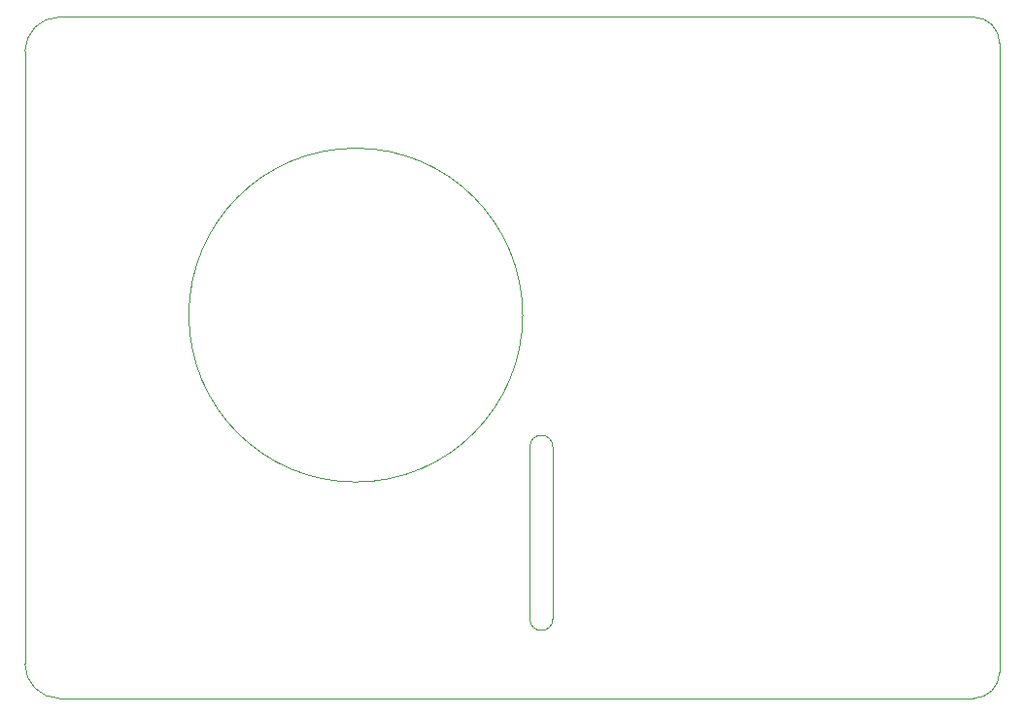
<source format=gm1>
G04 #@! TF.GenerationSoftware,KiCad,Pcbnew,(5.1.0)-1*
G04 #@! TF.CreationDate,2020-03-10T13:48:57+00:00*
G04 #@! TF.ProjectId,2D Top Board,32442054-6f70-4204-926f-6172642e6b69,-*
G04 #@! TF.SameCoordinates,Original*
G04 #@! TF.FileFunction,Profile,NP*
%FSLAX46Y46*%
G04 Gerber Fmt 4.6, Leading zero omitted, Abs format (unit mm)*
G04 Created by KiCad (PCBNEW (5.1.0)-1) date 2020-03-10 13:48:57*
%MOMM*%
%LPD*%
G04 APERTURE LIST*
%ADD10C,0.100000*%
G04 APERTURE END LIST*
D10*
X190600000Y-65600000D02*
G75*
G02X192886000Y-67886000I0J-2286000D01*
G01*
X110950400Y-124981000D02*
X190602000Y-124981000D01*
X192888000Y-122695000D02*
G75*
G02X190602000Y-124981000I-2286000J0D01*
G01*
X192888000Y-122695000D02*
X192886000Y-67886000D01*
X107950400Y-68600000D02*
X107950400Y-121981000D01*
X153950400Y-103060000D02*
X153950400Y-118060000D01*
X151325890Y-91580000D02*
G75*
G03X151325890Y-91580000I-14546490J0D01*
G01*
X151950400Y-118060000D02*
X151950400Y-103060000D01*
X153950400Y-103060000D02*
G75*
G03X151950400Y-103060000I-1000000J0D01*
G01*
X151950400Y-118060000D02*
G75*
G03X153950400Y-118060000I1000000J0D01*
G01*
X107950400Y-121981000D02*
G75*
G03X110950400Y-124981000I3000000J0D01*
G01*
X110950400Y-65600000D02*
G75*
G03X107950400Y-68600000I0J-3000000D01*
G01*
X190602000Y-65600000D02*
X110950400Y-65600000D01*
M02*

</source>
